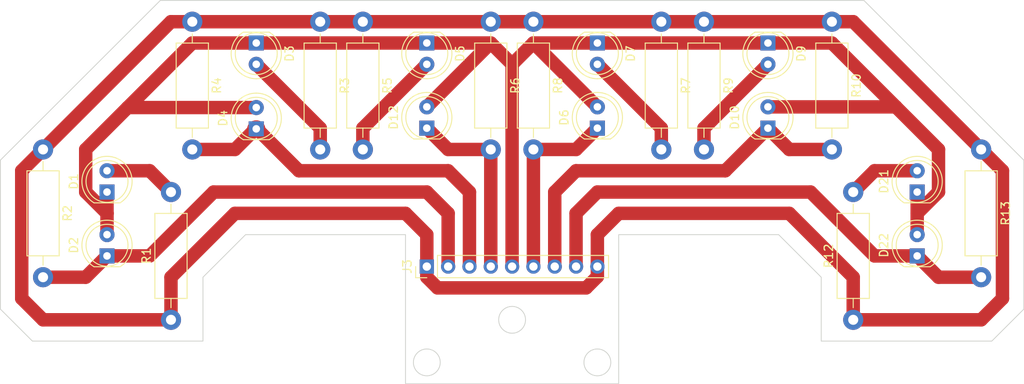
<source format=kicad_pcb>
(kicad_pcb (version 20221018) (generator pcbnew)
  (layers (0 "F.Cu" signal) (31 "B.Cu" signal) (34 "B.Paste" user) (35 "F.Paste" user) (36 "B.SilkS" user "B.Silkscreen") (37 "F.SilkS" user "F.Silkscreen") (38 "B.Mask" user) (39 "F.Mask" user) (44 "Edge.Cuts" user))
  (net 0 "")
  (footprint "LED_THT:LED_D5.0mm" (layer "F.Cu") (at 149.86 39.37 -90)
    (fp_text reference "D9" (at 1.27 -3.96 90) (layer "F.SilkS"))
    (fp_text value "LED")
    (fp_line (start -1.29 -1.545) (end -1.29 1.545) (stroke (width 0.12)) (layer "F.SilkS"))
    (fp_arc (start -1.29 -1.54483) (mid 2.072002 -2.880433) (end 4.26 0.000462) (stroke (width 0.12)) (layer "F.SilkS"))
    (fp_arc (start 4.26 -0.000462) (mid 2.072002 2.880433) (end -1.29 1.54483) (stroke (width 0.12)) (layer "F.SilkS"))
    (fp_circle (center 1.27 0) (end 3.77 0) (stroke (width 0.12)) (fill none) (layer "F.SilkS"))
    (pad "1" thru_hole rect (at 0 0 270) (size 1.8 1.8) (drill 0.9) (layers "*.Cu" "*.Mask"))
    (pad "2" thru_hole circle (at 2.54 0 270) (size 1.8 1.8) (drill 0.9) (layers "*.Cu" "*.Mask"))
  )
  (footprint "Resistor_THT:R_Axial_DIN0411_L9.9mm_D3.6mm_P15.24mm_Horizontal" (layer "F.Cu") (at 121.92 36.83 -90)
    (fp_text reference "R8" (at 7.62 -2.92 -270) (layer "F.SilkS"))
    (fp_text value "10k")
    (fp_line (start 1.44 0) (end 2.55 0) (stroke (width 0.12)) (layer "F.SilkS"))
    (fp_line (start 2.55 -1.92) (end 2.55 1.92) (stroke (width 0.12)) (layer "F.SilkS"))
    (fp_line (start 2.55 1.92) (end 12.69 1.92) (stroke (width 0.12)) (layer "F.SilkS"))
    (fp_line (start 12.69 -1.92) (end 2.55 -1.92) (stroke (width 0.12)) (layer "F.SilkS"))
    (fp_line (start 12.69 1.92) (end 12.69 -1.92) (stroke (width 0.12)) (layer "F.SilkS"))
    (fp_line (start 13.8 0) (end 12.69 0) (stroke (width 0.12)) (layer "F.SilkS"))
    (pad "1" thru_hole circle (at 0 0 270) (size 2.4 2.4) (drill 1.2) (layers "*.Cu" "*.Mask"))
    (pad "2" thru_hole oval (at 15.24 0 270) (size 2.4 2.4) (drill 1.2) (layers "*.Cu" "*.Mask"))
  )
  (footprint "Connector_PinHeader_2.54mm:PinHeader_1x09_P2.54mm_Vertical" (layer "F.Cu") (at 109.22 66.04 90)
    (fp_text reference "J3" (at 0 -2.33 90) (layer "F.SilkS"))
    (fp_text value "Conn_01x09_Socket")
    (fp_line (start -1.33 -1.33) (end 0 -1.33) (stroke (width 0.12)) (layer "F.SilkS"))
    (fp_line (start -1.33 0) (end -1.33 -1.33) (stroke (width 0.12)) (layer "F.SilkS"))
    (fp_line (start -1.33 1.27) (end -1.33 21.65) (stroke (width 0.12)) (layer "F.SilkS"))
    (fp_line (start -1.33 1.27) (end 1.33 1.27) (stroke (width 0.12)) (layer "F.SilkS"))
    (fp_line (start -1.33 21.65) (end 1.33 21.65) (stroke (width 0.12)) (layer "F.SilkS"))
    (fp_line (start 1.33 1.27) (end 1.33 21.65) (stroke (width 0.12)) (layer "F.SilkS"))
    (pad "1" thru_hole rect (at 0 0 90) (size 1.7 1.7) (drill 1) (layers "*.Cu" "*.Mask"))
    (pad "2" thru_hole oval (at 0 2.54 90) (size 1.7 1.7) (drill 1) (layers "*.Cu" "*.Mask"))
    (pad "3" thru_hole oval (at 0 5.08 90) (size 1.7 1.7) (drill 1) (layers "*.Cu" "*.Mask"))
    (pad "4" thru_hole oval (at 0 7.62 90) (size 1.7 1.7) (drill 1) (layers "*.Cu" "*.Mask"))
    (pad "5" thru_hole oval (at 0 10.16 90) (size 1.7 1.7) (drill 1) (layers "*.Cu" "*.Mask"))
    (pad "6" thru_hole oval (at 0 12.7 90) (size 1.7 1.7) (drill 1) (layers "*.Cu" "*.Mask"))
    (pad "7" thru_hole oval (at 0 15.24 90) (size 1.7 1.7) (drill 1) (layers "*.Cu" "*.Mask"))
    (pad "8" thru_hole oval (at 0 17.78 90) (size 1.7 1.7) (drill 1) (layers "*.Cu" "*.Mask"))
    (pad "9" thru_hole oval (at 0 20.32 90) (size 1.7 1.7) (drill 1) (layers "*.Cu" "*.Mask"))
  )
  (footprint "Resistor_THT:R_Axial_DIN0411_L9.9mm_D3.6mm_P15.24mm_Horizontal" (layer "F.Cu") (at 81.28 36.83 -90)
    (fp_text reference "R4" (at 7.62 -2.92 90) (layer "F.SilkS"))
    (fp_text value "10k")
    (fp_line (start 1.44 0) (end 2.55 0) (stroke (width 0.12)) (layer "F.SilkS"))
    (fp_line (start 2.55 -1.92) (end 2.55 1.92) (stroke (width 0.12)) (layer "F.SilkS"))
    (fp_line (start 2.55 1.92) (end 12.69 1.92) (stroke (width 0.12)) (layer "F.SilkS"))
    (fp_line (start 12.69 -1.92) (end 2.55 -1.92) (stroke (width 0.12)) (layer "F.SilkS"))
    (fp_line (start 12.69 1.92) (end 12.69 -1.92) (stroke (width 0.12)) (layer "F.SilkS"))
    (fp_line (start 13.8 0) (end 12.69 0) (stroke (width 0.12)) (layer "F.SilkS"))
    (pad "1" thru_hole circle (at 0 0 270) (size 2.4 2.4) (drill 1.2) (layers "*.Cu" "*.Mask"))
    (pad "2" thru_hole oval (at 15.24 0 270) (size 2.4 2.4) (drill 1.2) (layers "*.Cu" "*.Mask"))
  )
  (footprint "LED_THT:LED_D5.0mm" (layer "F.Cu") (at 109.22 39.37 -90)
    (fp_text reference "D5" (at 1.27 -3.96 90) (layer "F.SilkS"))
    (fp_text value "LED")
    (fp_line (start -1.29 -1.545) (end -1.29 1.545) (stroke (width 0.12)) (layer "F.SilkS"))
    (fp_arc (start -1.29 -1.54483) (mid 2.072002 -2.880433) (end 4.26 0.000462) (stroke (width 0.12)) (layer "F.SilkS"))
    (fp_arc (start 4.26 -0.000462) (mid 2.072002 2.880433) (end -1.29 1.54483) (stroke (width 0.12)) (layer "F.SilkS"))
    (fp_circle (center 1.27 0) (end 3.77 0) (stroke (width 0.12)) (fill none) (layer "F.SilkS"))
    (pad "1" thru_hole rect (at 0 0 270) (size 1.8 1.8) (drill 0.9) (layers "*.Cu" "*.Mask"))
    (pad "2" thru_hole circle (at 2.54 0 270) (size 1.8 1.8) (drill 0.9) (layers "*.Cu" "*.Mask"))
  )
  (footprint "LED_THT:LED_D5.0mm" (layer "F.Cu") (at 109.22 49.53 90)
    (fp_text reference "D12" (at 1.27 -3.96 90) (layer "F.SilkS"))
    (fp_text value "SFH2440")
    (fp_line (start -1.29 -1.545) (end -1.29 1.545) (stroke (width 0.12)) (layer "F.SilkS"))
    (fp_arc (start -1.29 -1.54483) (mid 2.072002 -2.880433) (end 4.26 0.000462) (stroke (width 0.12)) (layer "F.SilkS"))
    (fp_arc (start 4.26 -0.000462) (mid 2.072002 2.880433) (end -1.29 1.54483) (stroke (width 0.12)) (layer "F.SilkS"))
    (fp_circle (center 1.27 0) (end 3.77 0) (stroke (width 0.12)) (fill none) (layer "F.SilkS"))
    (pad "1" thru_hole rect (at 0 0 90) (size 1.8 1.8) (drill 0.9) (layers "*.Cu" "*.Mask"))
    (pad "2" thru_hole circle (at 2.54 0 90) (size 1.8 1.8) (drill 0.9) (layers "*.Cu" "*.Mask"))
  )
  (footprint "Resistor_THT:R_Axial_DIN0411_L9.9mm_D3.6mm_P15.24mm_Horizontal" (layer "F.Cu") (at 78.74 72.39 90)
    (fp_text reference "R1" (at 7.62 -2.92 90) (layer "F.SilkS"))
    (fp_text value "100")
    (fp_line (start 1.44 0) (end 2.55 0) (stroke (width 0.12)) (layer "F.SilkS"))
    (fp_line (start 2.55 -1.92) (end 2.55 1.92) (stroke (width 0.12)) (layer "F.SilkS"))
    (fp_line (start 2.55 1.92) (end 12.69 1.92) (stroke (width 0.12)) (layer "F.SilkS"))
    (fp_line (start 12.69 -1.92) (end 2.55 -1.92) (stroke (width 0.12)) (layer "F.SilkS"))
    (fp_line (start 12.69 1.92) (end 12.69 -1.92) (stroke (width 0.12)) (layer "F.SilkS"))
    (fp_line (start 13.8 0) (end 12.69 0) (stroke (width 0.12)) (layer "F.SilkS"))
    (pad "1" thru_hole circle (at 0 0 90) (size 2.4 2.4) (drill 1.2) (layers "*.Cu" "*.Mask"))
    (pad "2" thru_hole oval (at 15.24 0 90) (size 2.4 2.4) (drill 1.2) (layers "*.Cu" "*.Mask"))
  )
  (footprint "LED_THT:LED_D5.0mm" (layer "F.Cu") (at 71.12 64.77 90)
    (fp_text reference "D2" (at 1.27 -3.96 90) (layer "F.SilkS"))
    (fp_text value "SFH2440")
    (fp_line (start -1.29 -1.545) (end -1.29 1.545) (stroke (width 0.12)) (layer "F.SilkS"))
    (fp_arc (start -1.29 -1.54483) (mid 2.072002 -2.880433) (end 4.26 0.000462) (stroke (width 0.12)) (layer "F.SilkS"))
    (fp_arc (start 4.26 -0.000462) (mid 2.072002 2.880433) (end -1.29 1.54483) (stroke (width 0.12)) (layer "F.SilkS"))
    (fp_circle (center 1.27 0) (end 3.77 0) (stroke (width 0.12)) (fill none) (layer "F.SilkS"))
    (pad "1" thru_hole rect (at 0 0 90) (size 1.8 1.8) (drill 0.9) (layers "*.Cu" "*.Mask"))
    (pad "2" thru_hole circle (at 2.54 0 90) (size 1.8 1.8) (drill 0.9) (layers "*.Cu" "*.Mask"))
  )
  (footprint "LED_THT:LED_D5.0mm" (layer "F.Cu") (at 149.86 49.53 90)
    (fp_text reference "D10" (at 1.27 -3.96 90) (layer "F.SilkS"))
    (fp_text value "SFH2440")
    (fp_line (start -1.29 -1.545) (end -1.29 1.545) (stroke (width 0.12)) (layer "F.SilkS"))
    (fp_arc (start -1.29 -1.54483) (mid 2.072002 -2.880433) (end 4.26 0.000462) (stroke (width 0.12)) (layer "F.SilkS"))
    (fp_arc (start 4.26 -0.000462) (mid 2.072002 2.880433) (end -1.29 1.54483) (stroke (width 0.12)) (layer "F.SilkS"))
    (fp_circle (center 1.27 0) (end 3.77 0) (stroke (width 0.12)) (fill none) (layer "F.SilkS"))
    (pad "1" thru_hole rect (at 0 0 90) (size 1.8 1.8) (drill 0.9) (layers "*.Cu" "*.Mask"))
    (pad "2" thru_hole circle (at 2.54 0 90) (size 1.8 1.8) (drill 0.9) (layers "*.Cu" "*.Mask"))
  )
  (footprint "LED_THT:LED_D5.0mm" (layer "F.Cu") (at 167.64 64.77 90)
    (fp_text reference "D22" (at 1.27 -3.96 90) (layer "F.SilkS"))
    (fp_text value "SFH2440")
    (fp_line (start -1.29 -1.545) (end -1.29 1.545) (stroke (width 0.12)) (layer "F.SilkS"))
    (fp_arc (start -1.29 -1.54483) (mid 2.072002 -2.880433) (end 4.26 0.000462) (stroke (width 0.12)) (layer "F.SilkS"))
    (fp_arc (start 4.26 -0.000462) (mid 2.072002 2.880433) (end -1.29 1.54483) (stroke (width 0.12)) (layer "F.SilkS"))
    (fp_circle (center 1.27 0) (end 3.77 0) (stroke (width 0.12)) (fill none) (layer "F.SilkS"))
    (pad "1" thru_hole rect (at 0 0 90) (size 1.8 1.8) (drill 0.9) (layers "*.Cu" "*.Mask"))
    (pad "2" thru_hole circle (at 2.54 0 90) (size 1.8 1.8) (drill 0.9) (layers "*.Cu" "*.Mask"))
  )
  (footprint "Resistor_THT:R_Axial_DIN0411_L9.9mm_D3.6mm_P15.24mm_Horizontal" (layer "F.Cu") (at 96.52 36.83 -90)
    (fp_text reference "R3" (at 7.62 -2.92 90) (layer "F.SilkS"))
    (fp_text value "100")
    (fp_line (start 1.44 0) (end 2.55 0) (stroke (width 0.12)) (layer "F.SilkS"))
    (fp_line (start 2.55 -1.92) (end 2.55 1.92) (stroke (width 0.12)) (layer "F.SilkS"))
    (fp_line (start 2.55 1.92) (end 12.69 1.92) (stroke (width 0.12)) (layer "F.SilkS"))
    (fp_line (start 12.69 -1.92) (end 2.55 -1.92) (stroke (width 0.12)) (layer "F.SilkS"))
    (fp_line (start 12.69 1.92) (end 12.69 -1.92) (stroke (width 0.12)) (layer "F.SilkS"))
    (fp_line (start 13.8 0) (end 12.69 0) (stroke (width 0.12)) (layer "F.SilkS"))
    (pad "1" thru_hole circle (at 0 0 270) (size 2.4 2.4) (drill 1.2) (layers "*.Cu" "*.Mask"))
    (pad "2" thru_hole oval (at 15.24 0 270) (size 2.4 2.4) (drill 1.2) (layers "*.Cu" "*.Mask"))
  )
  (footprint "LED_THT:LED_D5.0mm" (layer "F.Cu") (at 129.54 39.37 -90)
    (fp_text reference "D7" (at 1.27 -3.96 90) (layer "F.SilkS"))
    (fp_text value "LED")
    (fp_line (start -1.29 -1.545) (end -1.29 1.545) (stroke (width 0.12)) (layer "F.SilkS"))
    (fp_arc (start -1.29 -1.54483) (mid 2.072002 -2.880433) (end 4.26 0.000462) (stroke (width 0.12)) (layer "F.SilkS"))
    (fp_arc (start 4.26 -0.000462) (mid 2.072002 2.880433) (end -1.29 1.54483) (stroke (width 0.12)) (layer "F.SilkS"))
    (fp_circle (center 1.27 0) (end 3.77 0) (stroke (width 0.12)) (fill none) (layer "F.SilkS"))
    (pad "1" thru_hole rect (at 0 0 270) (size 1.8 1.8) (drill 0.9) (layers "*.Cu" "*.Mask"))
    (pad "2" thru_hole circle (at 2.54 0 270) (size 1.8 1.8) (drill 0.9) (layers "*.Cu" "*.Mask"))
  )
  (footprint "Resistor_THT:R_Axial_DIN0411_L9.9mm_D3.6mm_P15.24mm_Horizontal" (layer "F.Cu") (at 101.6 36.83 -90)
    (fp_text reference "R5" (at 7.62 -2.92 90) (layer "F.SilkS"))
    (fp_text value "100")
    (fp_line (start 1.44 0) (end 2.55 0) (stroke (width 0.12)) (layer "F.SilkS"))
    (fp_line (start 2.55 -1.92) (end 2.55 1.92) (stroke (width 0.12)) (layer "F.SilkS"))
    (fp_line (start 2.55 1.92) (end 12.69 1.92) (stroke (width 0.12)) (layer "F.SilkS"))
    (fp_line (start 12.69 -1.92) (end 2.55 -1.92) (stroke (width 0.12)) (layer "F.SilkS"))
    (fp_line (start 12.69 1.92) (end 12.69 -1.92) (stroke (width 0.12)) (layer "F.SilkS"))
    (fp_line (start 13.8 0) (end 12.69 0) (stroke (width 0.12)) (layer "F.SilkS"))
    (pad "1" thru_hole circle (at 0 0 270) (size 2.4 2.4) (drill 1.2) (layers "*.Cu" "*.Mask"))
    (pad "2" thru_hole oval (at 15.24 0 270) (size 2.4 2.4) (drill 1.2) (layers "*.Cu" "*.Mask"))
  )
  (footprint "Resistor_THT:R_Axial_DIN0411_L9.9mm_D3.6mm_P15.24mm_Horizontal" (layer "F.Cu") (at 157.48 36.83 -90)
    (fp_text reference "R10" (at 7.62 -2.92 90) (layer "F.SilkS"))
    (fp_text value "10k")
    (fp_line (start 1.44 0) (end 2.55 0) (stroke (width 0.12)) (layer "F.SilkS"))
    (fp_line (start 2.55 -1.92) (end 2.55 1.92) (stroke (width 0.12)) (layer "F.SilkS"))
    (fp_line (start 2.55 1.92) (end 12.69 1.92) (stroke (width 0.12)) (layer "F.SilkS"))
    (fp_line (start 12.69 -1.92) (end 2.55 -1.92) (stroke (width 0.12)) (layer "F.SilkS"))
    (fp_line (start 12.69 1.92) (end 12.69 -1.92) (stroke (width 0.12)) (layer "F.SilkS"))
    (fp_line (start 13.8 0) (end 12.69 0) (stroke (width 0.12)) (layer "F.SilkS"))
    (pad "1" thru_hole circle (at 0 0 270) (size 2.4 2.4) (drill 1.2) (layers "*.Cu" "*.Mask"))
    (pad "2" thru_hole oval (at 15.24 0 270) (size 2.4 2.4) (drill 1.2) (layers "*.Cu" "*.Mask"))
  )
  (footprint "LED_THT:LED_D5.0mm" (layer "F.Cu") (at 129.54 49.53 90)
    (fp_text reference "D6" (at 1.27 -3.96 90) (layer "F.SilkS"))
    (fp_text value "SFH2440")
    (fp_line (start -1.29 -1.545) (end -1.29 1.545) (stroke (width 0.12)) (layer "F.SilkS"))
    (fp_arc (start -1.29 -1.54483) (mid 2.072002 -2.880433) (end 4.26 0.000462) (stroke (width 0.12)) (layer "F.SilkS"))
    (fp_arc (start 4.26 -0.000462) (mid 2.072002 2.880433) (end -1.29 1.54483) (stroke (width 0.12)) (layer "F.SilkS"))
    (fp_circle (center 1.27 0) (end 3.77 0) (stroke (width 0.12)) (fill none) (layer "F.SilkS"))
    (pad "1" thru_hole rect (at 0 0 90) (size 1.8 1.8) (drill 0.9) (layers "*.Cu" "*.Mask"))
    (pad "2" thru_hole circle (at 2.54 0 90) (size 1.8 1.8) (drill 0.9) (layers "*.Cu" "*.Mask"))
  )
  (footprint "LED_THT:LED_D5.0mm" (layer "F.Cu") (at 167.64 57.15 90)
    (fp_text reference "D21" (at 1.27 -3.96 90) (layer "F.SilkS"))
    (fp_text value "LED")
    (fp_line (start -1.29 -1.545) (end -1.29 1.545) (stroke (width 0.12)) (layer "F.SilkS"))
    (fp_arc (start -1.29 -1.54483) (mid 2.072002 -2.880433) (end 4.26 0.000462) (stroke (width 0.12)) (layer "F.SilkS"))
    (fp_arc (start 4.26 -0.000462) (mid 2.072002 2.880433) (end -1.29 1.54483) (stroke (width 0.12)) (layer "F.SilkS"))
    (fp_circle (center 1.27 0) (end 3.77 0) (stroke (width 0.12)) (fill none) (layer "F.SilkS"))
    (pad "1" thru_hole rect (at 0 0 90) (size 1.8 1.8) (drill 0.9) (layers "*.Cu" "*.Mask"))
    (pad "2" thru_hole circle (at 2.54 0 90) (size 1.8 1.8) (drill 0.9) (layers "*.Cu" "*.Mask"))
  )
  (footprint "LED_THT:LED_D5.0mm" (layer "F.Cu") (at 71.12 57.15 90)
    (fp_text reference "D1" (at 1.27 -3.96 90) (layer "F.SilkS"))
    (fp_text value "LED")
    (fp_line (start -1.29 -1.545) (end -1.29 1.545) (stroke (width 0.12)) (layer "F.SilkS"))
    (fp_arc (start -1.29 -1.54483) (mid 2.072002 -2.880433) (end 4.26 0.000462) (stroke (width 0.12)) (layer "F.SilkS"))
    (fp_arc (start 4.26 -0.000462) (mid 2.072002 2.880433) (end -1.29 1.54483) (stroke (width 0.12)) (layer "F.SilkS"))
    (fp_circle (center 1.27 0) (end 3.77 0) (stroke (width 0.12)) (fill none) (layer "F.SilkS"))
    (pad "1" thru_hole rect (at 0 0 90) (size 1.8 1.8) (drill 0.9) (layers "*.Cu" "*.Mask"))
    (pad "2" thru_hole circle (at 2.54 0 90) (size 1.8 1.8) (drill 0.9) (layers "*.Cu" "*.Mask"))
  )
  (footprint "LED_THT:LED_D5.0mm" (layer "F.Cu") (at 88.9 49.61 90)
    (fp_text reference "D4" (at 1.27 -3.96 90) (layer "F.SilkS"))
    (fp_text value "SFH2440")
    (fp_line (start -1.29 -1.545) (end -1.29 1.545) (stroke (width 0.12)) (layer "F.SilkS"))
    (fp_arc (start -1.29 -1.54483) (mid 2.072002 -2.880433) (end 4.26 0.000462) (stroke (width 0.12)) (layer "F.SilkS"))
    (fp_arc (start 4.26 -0.000462) (mid 2.072002 2.880433) (end -1.29 1.54483) (stroke (width 0.12)) (layer "F.SilkS"))
    (fp_circle (center 1.27 0) (end 3.77 0) (stroke (width 0.12)) (fill none) (layer "F.SilkS"))
    (pad "1" thru_hole rect (at 0 0 90) (size 1.8 1.8) (drill 0.9) (layers "*.Cu" "*.Mask"))
    (pad "2" thru_hole circle (at 2.54 0 90) (size 1.8 1.8) (drill 0.9) (layers "*.Cu" "*.Mask"))
  )
  (footprint "Resistor_THT:R_Axial_DIN0411_L9.9mm_D3.6mm_P15.24mm_Horizontal" (layer "F.Cu") (at 137.16 36.83 -90)
    (fp_text reference "R7" (at 7.62 -2.92 90) (layer "F.SilkS"))
    (fp_text value "100")
    (fp_line (start 1.44 0) (end 2.55 0) (stroke (width 0.12)) (layer "F.SilkS"))
    (fp_line (start 2.55 -1.92) (end 2.55 1.92) (stroke (width 0.12)) (layer "F.SilkS"))
    (fp_line (start 2.55 1.92) (end 12.69 1.92) (stroke (width 0.12)) (layer "F.SilkS"))
    (fp_line (start 12.69 -1.92) (end 2.55 -1.92) (stroke (width 0.12)) (layer "F.SilkS"))
    (fp_line (start 12.69 1.92) (end 12.69 -1.92) (stroke (width 0.12)) (layer "F.SilkS"))
    (fp_line (start 13.8 0) (end 12.69 0) (stroke (width 0.12)) (layer "F.SilkS"))
    (pad "1" thru_hole circle (at 0 0 270) (size 2.4 2.4) (drill 1.2) (layers "*.Cu" "*.Mask"))
    (pad "2" thru_hole oval (at 15.24 0 270) (size 2.4 2.4) (drill 1.2) (layers "*.Cu" "*.Mask"))
  )
  (footprint "LED_THT:LED_D5.0mm" (layer "F.Cu") (at 88.9 39.37 -90)
    (fp_text reference "D3" (at 1.27 -3.96 90) (layer "F.SilkS"))
    (fp_text value "LED")
    (fp_line (start -1.29 -1.545) (end -1.29 1.545) (stroke (width 0.12)) (layer "F.SilkS"))
    (fp_arc (start -1.29 -1.54483) (mid 2.072002 -2.880433) (end 4.26 0.000462) (stroke (width 0.12)) (layer "F.SilkS"))
    (fp_arc (start 4.26 -0.000462) (mid 2.072002 2.880433) (end -1.29 1.54483) (stroke (width 0.12)) (layer "F.SilkS"))
    (fp_circle (center 1.27 0) (end 3.77 0) (stroke (width 0.12)) (fill none) (layer "F.SilkS"))
    (pad "1" thru_hole rect (at 0 0 270) (size 1.8 1.8) (drill 0.9) (layers "*.Cu" "*.Mask"))
    (pad "2" thru_hole circle (at 2.54 0 270) (size 1.8 1.8) (drill 0.9) (layers "*.Cu" "*.Mask"))
  )
  (footprint "Resistor_THT:R_Axial_DIN0411_L9.9mm_D3.6mm_P15.24mm_Horizontal" (layer "F.Cu") (at 160.02 72.39 90)
    (fp_text reference "R12" (at 7.62 -2.92 90) (layer "F.SilkS"))
    (fp_text value "100")
    (fp_line (start 1.44 0) (end 2.55 0) (stroke (width 0.12)) (layer "F.SilkS"))
    (fp_line (start 2.55 -1.92) (end 2.55 1.92) (stroke (width 0.12)) (layer "F.SilkS"))
    (fp_line (start 2.55 1.92) (end 12.69 1.92) (stroke (width 0.12)) (layer "F.SilkS"))
    (fp_line (start 12.69 -1.92) (end 2.55 -1.92) (stroke (width 0.12)) (layer "F.SilkS"))
    (fp_line (start 12.69 1.92) (end 12.69 -1.92) (stroke (width 0.12)) (layer "F.SilkS"))
    (fp_line (start 13.8 0) (end 12.69 0) (stroke (width 0.12)) (layer "F.SilkS"))
    (pad "1" thru_hole circle (at 0 0 90) (size 2.4 2.4) (drill 1.2) (layers "*.Cu" "*.Mask"))
    (pad "2" thru_hole oval (at 15.24 0 90) (size 2.4 2.4) (drill 1.2) (layers "*.Cu" "*.Mask"))
  )
  (footprint "Resistor_THT:R_Axial_DIN0411_L9.9mm_D3.6mm_P15.24mm_Horizontal" (layer "F.Cu") (at 142.24 36.83 -90)
    (fp_text reference "R9" (at 7.62 -2.92 90) (layer "F.SilkS"))
    (fp_text value "100")
    (fp_line (start 1.44 0) (end 2.55 0) (stroke (width 0.12)) (layer "F.SilkS"))
    (fp_line (start 2.55 -1.92) (end 2.55 1.92) (stroke (width 0.12)) (layer "F.SilkS"))
    (fp_line (start 2.55 1.92) (end 12.69 1.92) (stroke (width 0.12)) (layer "F.SilkS"))
    (fp_line (start 12.69 -1.92) (end 2.55 -1.92) (stroke (width 0.12)) (layer "F.SilkS"))
    (fp_line (start 12.69 1.92) (end 12.69 -1.92) (stroke (width 0.12)) (layer "F.SilkS"))
    (fp_line (start 13.8 0) (end 12.69 0) (stroke (width 0.12)) (layer "F.SilkS"))
    (pad "1" thru_hole circle (at 0 0 270) (size 2.4 2.4) (drill 1.2) (layers "*.Cu" "*.Mask"))
    (pad "2" thru_hole oval (at 15.24 0 270) (size 2.4 2.4) (drill 1.2) (layers "*.Cu" "*.Mask"))
  )
  (footprint "Resistor_THT:R_Axial_DIN0411_L9.9mm_D3.6mm_P15.24mm_Horizontal" (layer "F.Cu") (at 116.84 36.83 -90)
    (fp_text reference "R6" (at 7.62 -2.92 90) (layer "F.SilkS"))
    (fp_text value "10k")
    (fp_line (start 1.44 0) (end 2.55 0) (stroke (width 0.12)) (layer "F.SilkS"))
    (fp_line (start 2.55 -1.92) (end 2.55 1.92) (stroke (width 0.12)) (layer "F.SilkS"))
    (fp_line (start 2.55 1.92) (end 12.69 1.92) (stroke (width 0.12)) (layer "F.SilkS"))
    (fp_line (start 12.69 -1.92) (end 2.55 -1.92) (stroke (width 0.12)) (layer "F.SilkS"))
    (fp_line (start 12.69 1.92) (end 12.69 -1.92) (stroke (width 0.12)) (layer "F.SilkS"))
    (fp_line (start 13.8 0) (end 12.69 0) (stroke (width 0.12)) (layer "F.SilkS"))
    (pad "1" thru_hole circle (at 0 0 270) (size 2.4 2.4) (drill 1.2) (layers "*.Cu" "*.Mask"))
    (pad "2" thru_hole oval (at 15.24 0 270) (size 2.4 2.4) (drill 1.2) (layers "*.Cu" "*.Mask"))
  )
  (footprint "Resistor_THT:R_Axial_DIN0411_L9.9mm_D3.6mm_P15.24mm_Horizontal" (layer "F.Cu") (at 63.5 52.07 -90)
    (fp_text reference "R2" (at 7.62 -2.92 90) (layer "F.SilkS"))
    (fp_text value "10k")
    (fp_line (start 1.44 0) (end 2.55 0) (stroke (width 0.12)) (layer "F.SilkS"))
    (fp_line (start 2.55 -1.92) (end 2.55 1.92) (stroke (width 0.12)) (layer "F.SilkS"))
    (fp_line (start 2.55 1.92) (end 12.69 1.92) (stroke (width 0.12)) (layer "F.SilkS"))
    (fp_line (start 12.69 -1.92) (end 2.55 -1.92) (stroke (width 0.12)) (layer "F.SilkS"))
    (fp_line (start 12.69 1.92) (end 12.69 -1.92) (stroke (width 0.12)) (layer "F.SilkS"))
    (fp_line (start 13.8 0) (end 12.69 0) (stroke (width 0.12)) (layer "F.SilkS"))
    (pad "1" thru_hole circle (at 0 0 270) (size 2.4 2.4) (drill 1.2) (layers "*.Cu" "*.Mask"))
    (pad "2" thru_hole oval (at 15.24 0 270) (size 2.4 2.4) (drill 1.2) (layers "*.Cu" "*.Mask"))
  )
  (footprint "Resistor_THT:R_Axial_DIN0411_L9.9mm_D3.6mm_P15.24mm_Horizontal" (layer "F.Cu") (at 175.26 52.07 -90)
    (fp_text reference "R13" (at 7.62 -2.92 90) (layer "F.SilkS"))
    (fp_text value "10k")
    (fp_line (start 1.44 0) (end 2.55 0) (stroke (width 0.12)) (layer "F.SilkS"))
    (fp_line (start 2.55 -1.92) (end 2.55 1.92) (stroke (width 0.12)) (layer "F.SilkS"))
    (fp_line (start 2.55 1.92) (end 12.69 1.92) (stroke (width 0.12)) (layer "F.SilkS"))
    (fp_line (start 12.69 -1.92) (end 2.55 -1.92) (stroke (width 0.12)) (layer "F.SilkS"))
    (fp_line (start 12.69 1.92) (end 12.69 -1.92) (stroke (width 0.12)) (layer "F.SilkS"))
    (fp_line (start 13.8 0) (end 12.69 0) (stroke (width 0.12)) (layer "F.SilkS"))
    (pad "1" thru_hole circle (at 0 0 270) (size 2.4 2.4) (drill 1.2) (layers "*.Cu" "*.Mask"))
    (pad "2" thru_hole oval (at 15.24 0 270) (size 2.4 2.4) (drill 1.2) (layers "*.Cu" "*.Mask"))
  )
  (gr_poly (pts (xy 132.08 80.01) (xy 132.08 62.23) (xy 151.13 62.23) (xy 156.21 67.31) (xy 156.21 74.93) (xy 176.53 74.93) (xy 180.34 71.12) (xy 180.34 53.34) (xy 161.29 34.29) (xy 77.47 34.29) (xy 58.42 53.34) (xy 58.42 71.12) (xy 62.23 74.93) (xy 82.55 74.93) (xy 82.55 67.31) (xy 87.63 62.23) (xy 106.68 62.23) (xy 106.68 80.01)) (stroke (width 0.1)) (fill none) (layer "Edge.Cuts"))
  (gr_circle (center 119.38 72.39) (end 120.98 72.39) (stroke (width 0.1)) (fill none) (layer "Edge.Cuts"))
  (gr_circle (center 109.22 77.47) (end 110.82 77.47) (stroke (width 0.1)) (fill none) (layer "Edge.Cuts"))
  (gr_circle (center 129.54 77.47) (end 131.14 77.47) (stroke (width 0.1)) (fill none) (layer "Edge.Cuts"))
  (segment (start 111.76 59.69) (end 109.22 57.15) (width 1.6) (layer "F.Cu") (net 0))
  (segment (start 157.48 39.37) (end 165.1 46.99) (width 1.6) (layer "F.Cu") (net 0))
  (segment (start 78.74 72.39) (end 63.5 72.39) (width 1.6) (layer "F.Cu") (net 0))
  (segment (start 68.58 67.31) (end 71.12 64.77) (width 1.6) (layer "F.Cu") (net 0))
  (segment (start 129.54 49.53) (end 127 52.07) (width 1.6) (layer "F.Cu") (net 0))
  (segment (start 71.12 62.23) (end 71.12 59.69) (width 1.6) (layer "F.Cu") (net 0))
  (segment (start 137.16 36.83) (end 142.24 36.83) (width 1.6) (layer "F.Cu") (net 0))
  (segment (start 137.16 49.53) (end 137.16 52.07) (width 1.6) (layer "F.Cu") (net 0))
  (segment (start 142.24 49.53) (end 149.86 41.91) (width 1.6) (layer "F.Cu") (net 0))
  (segment (start 60.96 69.85) (end 60.96 54.61) (width 1.6) (layer "F.Cu") (net 0))
  (segment (start 170.18 57.15) (end 167.64 59.69) (width 1.6) (layer "F.Cu") (net 0))
  (segment (start 144.78 54.61) (end 149.86 49.53) (width 1.6) (layer "F.Cu") (net 0))
  (segment (start 83.82 57.15) (end 76.2 64.77) (width 1.6) (layer "F.Cu") (net 0))
  (segment (start 71.12 59.69) (end 68.58 57.15) (width 1.6) (layer "F.Cu") (net 0))
  (segment (start 129.54 41.91) (end 137.16 49.53) (width 1.6) (layer "F.Cu") (net 0))
  (segment (start 116.84 52.07) (end 116.84 66.04) (width 1.6) (layer "F.Cu") (net 0))
  (segment (start 88.9 41.91) (end 96.52 49.53) (width 1.6) (layer "F.Cu") (net 0))
  (segment (start 157.48 36.83) (end 160.02 36.83) (width 1.6) (layer "F.Cu") (net 0))
  (segment (start 116.84 39.37) (end 119.38 41.91) (width 1.6) (layer "F.Cu") (net 0))
  (segment (start 109.22 49.53) (end 111.76 52.07) (width 1.6) (layer "F.Cu") (net 0))
  (segment (start 149.86 39.37) (end 129.54 39.37) (width 1.6) (layer "F.Cu") (net 0))
  (segment (start 109.22 46.99) (end 116.84 39.37) (width 1.6) (layer "F.Cu") (net 0))
  (segment (start 109.22 67.31) (end 110.49 68.58) (width 1.6) (layer "F.Cu") (net 0))
  (segment (start 129.54 46.99) (end 121.92 39.37) (width 1.6) (layer "F.Cu") (net 0))
  (segment (start 81.28 39.37) (end 88.9 39.37) (width 1.6) (layer "F.Cu") (net 0))
  (segment (start 86.36 59.69) (end 78.74 67.31) (width 1.6) (layer "F.Cu") (net 0))
  (segment (start 63.5 52.07) (end 78.74 36.83) (width 1.6) (layer "F.Cu") (net 0))
  (segment (start 142.24 52.07) (end 142.24 49.53) (width 1.6) (layer "F.Cu") (net 0))
  (segment (start 78.74 67.31) (end 78.74 72.39) (width 1.6) (layer "F.Cu") (net 0))
  (segment (start 111.76 54.61) (end 93.98 54.61) (width 1.6) (layer "F.Cu") (net 0))
  (segment (start 71.12 59.69) (end 71.12 57.15) (width 1.6) (layer "F.Cu") (net 0))
  (segment (start 119.38 36.83) (end 121.92 36.83) (width 1.6) (layer "F.Cu") (net 0))
  (segment (start 101.6 36.83) (end 116.84 36.83) (width 1.6) (layer "F.Cu") (net 0))
  (segment (start 121.92 39.37) (end 129.54 39.37) (width 1.6) (layer "F.Cu") (net 0))
  (segment (start 124.46 57.15) (end 127 54.61) (width 1.6) (layer "F.Cu") (net 0))
  (segment (start 96.52 49.53) (end 96.52 52.07) (width 1.6) (layer "F.Cu") (net 0))
  (segment (start 116.84 36.83) (end 119.38 36.83) (width 1.6) (layer "F.Cu") (net 0))
  (segment (start 124.46 57.15) (end 124.46 66.04) (width 1.6) (layer "F.Cu") (net 0))
  (segment (start 88.9 39.37) (end 109.22 39.37) (width 1.6) (layer "F.Cu") (net 0))
  (segment (start 167.64 59.69) (end 167.64 62.23) (width 1.6) (layer "F.Cu") (net 0))
  (segment (start 111.76 59.69) (end 111.76 66.04) (width 1.6) (layer "F.Cu") (net 0))
  (segment (start 110.49 68.58) (end 128.202081 68.58) (width 1.6) (layer "F.Cu") (net 0))
  (segment (start 78.74 36.83) (end 81.28 36.83) (width 1.6) (layer "F.Cu") (net 0))
  (segment (start 73.58 47.07) (end 81.28 39.37) (width 1.6) (layer "F.Cu") (net 0))
  (segment (start 119.38 41.91) (end 121.92 39.37) (width 1.6) (layer "F.Cu") (net 0))
  (segment (start 160.02 57.15) (end 162.56 54.61) (width 1.6) (layer "F.Cu") (net 0))
  (segment (start 81.28 36.83) (end 96.52 36.83) (width 1.6) (layer "F.Cu") (net 0))
  (segment (start 165.1 46.99) (end 170.18 52.07) (width 1.6) (layer "F.Cu") (net 0))
  (segment (start 114.3 57.15) (end 114.3 66.04) (width 1.6) (layer "F.Cu") (net 0))
  (segment (start 101.6 49.53) (end 101.6 52.07) (width 1.6) (layer "F.Cu") (net 0))
  (segment (start 88.98 49.61) (end 88.9 49.61) (width 2) (layer "F.Cu") (net 0))
  (segment (start 128.202081 68.58) (end 129.54 67.242081) (width 1.6) (layer "F.Cu") (net 0))
  (segment (start 160.02 67.31) (end 152.4 59.69) (width 1.6) (layer "F.Cu") (net 0))
  (segment (start 160.02 72.39) (end 160.02 67.31) (width 1.6) (layer "F.Cu") (net 0))
  (segment (start 162.56 54.61) (end 167.64 54.61) (width 1.6) (layer "F.Cu") (net 0))
  (segment (start 142.24 36.83) (end 157.48 36.83) (width 1.6) (layer "F.Cu") (net 0))
  (segment (start 129.54 62.23) (end 129.54 66.04) (width 1.6) (layer "F.Cu") (net 0))
  (segment (start 76.2 54.61) (end 71.12 54.61) (width 1.6) (layer "F.Cu") (net 0))
  (segment (start 129.54 67.242081) (end 129.54 66.04) (width 1.6) (layer "F.Cu") (net 0))
  (segment (start 109.22 66.04) (end 109.22 67.31) (width 1.6) (layer "F.Cu") (net 0))
  (segment (start 149.86 46.99) (end 165.1 46.99) (width 1.6) (layer "F.Cu") (net 0))
  (segment (start 177.8 69.85) (end 177.8 54.61) (width 1.6) (layer "F.Cu") (net 0))
  (segment (start 109.22 62.23) (end 109.22 66.04) (width 1.6) (layer "F.Cu") (net 0))
  (segment (start 154.94 57.15) (end 129.54 57.15) (width 1.6) (layer "F.Cu") (net 0))
  (segment (start 63.5 67.31) (end 68.58 67.31) (width 1.6) (layer "F.Cu") (net 0))
  (segment (start 109.22 57.15) (end 83.82 57.15) (width 1.6) (layer "F.Cu") (net 0))
  (segment (start 160.02 72.39) (end 175.26 72.39) (width 1.6) (layer "F.Cu") (net 0))
  (segment (start 119.38 41.91) (end 119.38 66.04) (width 1.6) (layer "F.Cu") (net 0))
  (segment (start 78.74 57.15) (end 76.2 54.61) (width 1.6) (layer "F.Cu") (net 0))
  (segment (start 111.76 52.07) (end 116.84 52.07) (width 1.6) (layer "F.Cu") (net 0))
  (segment (start 127 59.69) (end 127 66.04) (width 1.6) (layer "F.Cu") (net 0))
  (segment (start 175.26 52.07) (end 160.02 36.83) (width 1.6) (layer "F.Cu") (net 0))
  (segment (start 86.36 52.07) (end 81.28 52.07) (width 1.6) (layer "F.Cu") (net 0))
  (segment (start 68.58 52.07) (end 73.58 47.07) (width 1.6) (layer "F.Cu") (net 0))
  (segment (start 106.68 59.69) (end 86.36 59.69) (width 1.6) (layer "F.Cu") (net 0))
  (segment (start 93.98 54.61) (end 88.98 49.61) (width 1.6) (layer "F.Cu") (net 0))
  (segment (start 132.08 59.69) (end 129.54 62.23) (width 1.6) (layer "F.Cu") (net 0))
  (segment (start 114.3 57.15) (end 111.76 54.61) (width 1.6) (layer "F.Cu") (net 0))
  (segment (start 177.8 54.61) (end 175.26 52.07) (width 1.6) (layer "F.Cu") (net 0))
  (segment (start 121.92 52.07) (end 121.92 66.04) (width 1.6) (layer "F.Cu") (net 0))
  (segment (start 162.56 64.77) (end 154.94 57.15) (width 1.6) (layer "F.Cu") (net 0))
  (segment (start 149.86 49.53) (end 152.4 52.07) (width 1.6) (layer "F.Cu") (net 0))
  (segment (start 152.4 59.69) (end 132.08 59.69) (width 1.6) (layer "F.Cu") (net 0))
  (segment (start 63.5 72.39) (end 60.96 69.85) (width 1.6) (layer "F.Cu") (net 0))
  (segment (start 60.96 54.61) (end 63.5 52.07) (width 1.6) (layer "F.Cu") (net 0))
  (segment (start 167.64 59.69) (end 167.64 57.15) (width 1.6) (layer "F.Cu") (net 0))
  (segment (start 149.86 39.37) (end 157.48 39.37) (width 1.6) (layer "F.Cu") (net 0))
  (segment (start 109.22 41.91) (end 101.6 49.53) (width 1.6) (layer "F.Cu") (net 0))
  (segment (start 88.9 49.61) (end 88.82 49.61) (width 2) (layer "F.Cu") (net 0))
  (segment (start 127 52.07) (end 121.92 52.07) (width 1.6) (layer "F.Cu") (net 0))
  (segment (start 109.22 39.37) (end 116.84 39.37) (width 1.6) (layer "F.Cu") (net 0))
  (segment (start 167.64 64.77) (end 162.56 64.77) (width 1.6) (layer "F.Cu") (net 0))
  (segment (start 170.18 67.31) (end 167.64 64.77) (width 1.6) (layer "F.Cu") (net 0))
  (segment (start 152.4 52.07) (end 157.48 52.07) (width 1.6) (layer "F.Cu") (net 0))
  (segment (start 127 54.61) (end 144.78 54.61) (width 1.6) (layer "F.Cu") (net 0))
  (segment (start 119.38 36.83) (end 137.16 36.83) (width 1.6) (layer "F.Cu") (net 0))
  (segment (start 109.22 62.23) (end 106.68 59.69) (width 1.6) (layer "F.Cu") (net 0))
  (segment (start 68.58 57.15) (end 68.58 52.07) (width 1.6) (layer "F.Cu") (net 0))
  (segment (start 175.26 67.31) (end 170.18 67.31) (width 1.6) (layer "F.Cu") (net 0))
  (segment (start 129.54 57.15) (end 127 59.69) (width 1.6) (layer "F.Cu") (net 0))
  (segment (start 96.52 36.83) (end 101.6 36.83) (width 1.6) (layer "F.Cu") (net 0))
  (segment (start 175.26 72.39) (end 177.8 69.85) (width 1.6) (layer "F.Cu") (net 0))
  (segment (start 88.82 49.61) (end 86.36 52.07) (width 1.6) (layer "F.Cu") (net 0))
  (segment (start 73.58 47.07) (end 88.9 47.07) (width 1.6) (layer "F.Cu") (net 0))
  (segment (start 170.18 52.07) (end 170.18 57.15) (width 1.6) (layer "F.Cu") (net 0))
  (segment (start 76.2 64.77) (end 71.12 64.77) (width 1.6) (layer "F.Cu") (net 0))
)
</source>
